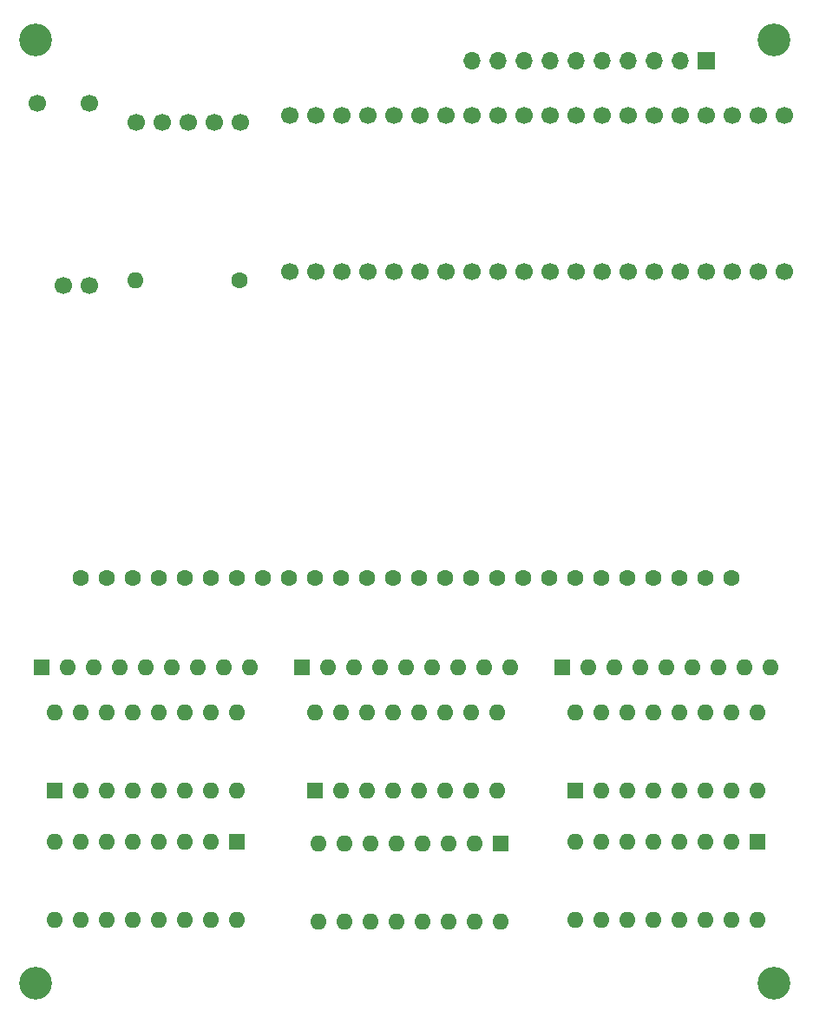
<source format=gbr>
%TF.GenerationSoftware,KiCad,Pcbnew,8.0.3*%
%TF.CreationDate,2024-06-07T18:19:59+12:00*%
%TF.ProjectId,OperationBaldr,4f706572-6174-4696-9f6e-42616c64722e,rev?*%
%TF.SameCoordinates,Original*%
%TF.FileFunction,Soldermask,Top*%
%TF.FilePolarity,Negative*%
%FSLAX46Y46*%
G04 Gerber Fmt 4.6, Leading zero omitted, Abs format (unit mm)*
G04 Created by KiCad (PCBNEW 8.0.3) date 2024-06-07 18:19:59*
%MOMM*%
%LPD*%
G01*
G04 APERTURE LIST*
%ADD10R,1.700000X1.700000*%
%ADD11O,1.700000X1.700000*%
%ADD12C,1.700000*%
%ADD13C,3.200000*%
%ADD14R,1.600000X1.600000*%
%ADD15O,1.600000X1.600000*%
%ADD16C,1.600000*%
G04 APERTURE END LIST*
D10*
%TO.C,J1*%
X180460000Y-48000000D03*
D11*
X177920000Y-48000000D03*
X175380000Y-48000000D03*
X172840000Y-48000000D03*
X170300000Y-48000000D03*
X167760000Y-48000000D03*
X165220000Y-48000000D03*
X162680000Y-48000000D03*
X160140000Y-48000000D03*
X157600000Y-48000000D03*
%TD*%
D12*
%TO.C,U3*%
X135000000Y-54000000D03*
X132460000Y-54000000D03*
X129920000Y-54000000D03*
X127380000Y-54000000D03*
X124840000Y-54000000D03*
%TD*%
D13*
%TO.C,H1*%
X115000000Y-46000000D03*
%TD*%
D14*
%TO.C,U4*%
X116830000Y-119200000D03*
D15*
X119370000Y-119200000D03*
X121910000Y-119200000D03*
X124450000Y-119200000D03*
X126990000Y-119200000D03*
X129530000Y-119200000D03*
X132070000Y-119200000D03*
X134610000Y-119200000D03*
X134610000Y-111580000D03*
X132070000Y-111580000D03*
X129530000Y-111580000D03*
X126990000Y-111580000D03*
X124450000Y-111580000D03*
X121910000Y-111580000D03*
X119370000Y-111580000D03*
X116830000Y-111580000D03*
%TD*%
D13*
%TO.C,H2*%
X187000000Y-46000000D03*
%TD*%
D16*
%TO.C,U10*%
X119380000Y-98425000D03*
X121920000Y-98425000D03*
X124460000Y-98425000D03*
X127000000Y-98425000D03*
X129540000Y-98425000D03*
X132080000Y-98425000D03*
X134620000Y-98425000D03*
X137160000Y-98425000D03*
X139700000Y-98425000D03*
X142240000Y-98425000D03*
X144780000Y-98425000D03*
X147320000Y-98425000D03*
X149860000Y-98425000D03*
X152400000Y-98425000D03*
X154940000Y-98425000D03*
X157480000Y-98425000D03*
X160020000Y-98425000D03*
X162560000Y-98425000D03*
X165100000Y-98425000D03*
X167640000Y-98425000D03*
X170180000Y-98425000D03*
X172720000Y-98425000D03*
X175260000Y-98425000D03*
X177800000Y-98425000D03*
X180340000Y-98425000D03*
X182880000Y-98425000D03*
%TD*%
%TO.C,R3*%
X134880000Y-69400000D03*
D15*
X124720000Y-69400000D03*
%TD*%
D14*
%TO.C,U8*%
X185410000Y-124200000D03*
D15*
X182870000Y-124200000D03*
X180330000Y-124200000D03*
X177790000Y-124200000D03*
X175250000Y-124200000D03*
X172710000Y-124200000D03*
X170170000Y-124200000D03*
X167630000Y-124200000D03*
X167630000Y-131820000D03*
X170170000Y-131820000D03*
X172710000Y-131820000D03*
X175250000Y-131820000D03*
X177790000Y-131820000D03*
X180330000Y-131820000D03*
X182870000Y-131820000D03*
X185410000Y-131820000D03*
%TD*%
D12*
%TO.C,U2*%
X188080000Y-53360000D03*
X185540000Y-53360000D03*
X183000000Y-53360000D03*
X180460000Y-53360000D03*
X177920000Y-53360000D03*
X175380000Y-53360000D03*
X172840000Y-53360000D03*
X170300000Y-53360000D03*
X167760000Y-53360000D03*
X165220000Y-53360000D03*
X162680000Y-53360000D03*
X160140000Y-53360000D03*
X157600000Y-53360000D03*
X155060000Y-53360000D03*
X152520000Y-53360000D03*
X149980000Y-53360000D03*
X147440000Y-53360000D03*
X144900000Y-53360000D03*
X142360000Y-53360000D03*
X139820000Y-53360000D03*
X142360000Y-68600000D03*
X144900000Y-68600000D03*
X147440000Y-68600000D03*
X149980000Y-68600000D03*
X152520000Y-68600000D03*
X155060000Y-68600000D03*
X157600000Y-68600000D03*
X160140000Y-68600000D03*
X162680000Y-68600000D03*
X165220000Y-68600000D03*
X167760000Y-68600000D03*
X170300000Y-68600000D03*
X172840000Y-68600000D03*
X175380000Y-68600000D03*
X177920000Y-68600000D03*
X180460000Y-68600000D03*
X183000000Y-68600000D03*
X185540000Y-68600000D03*
X188080000Y-68600000D03*
X139820000Y-68600000D03*
%TD*%
D13*
%TO.C,H3*%
X115000000Y-138000000D03*
%TD*%
D14*
%TO.C,RN3*%
X115555000Y-107200000D03*
D15*
X118095000Y-107200000D03*
X120635000Y-107200000D03*
X123175000Y-107200000D03*
X125715000Y-107200000D03*
X128255000Y-107200000D03*
X130795000Y-107200000D03*
X133335000Y-107200000D03*
X135875000Y-107200000D03*
%TD*%
D14*
%TO.C,U5*%
X142230000Y-119200000D03*
D15*
X144770000Y-119200000D03*
X147310000Y-119200000D03*
X149850000Y-119200000D03*
X152390000Y-119200000D03*
X154930000Y-119200000D03*
X157470000Y-119200000D03*
X160010000Y-119200000D03*
X160010000Y-111580000D03*
X157470000Y-111580000D03*
X154930000Y-111580000D03*
X152390000Y-111580000D03*
X149850000Y-111580000D03*
X147310000Y-111580000D03*
X144770000Y-111580000D03*
X142230000Y-111580000D03*
%TD*%
D14*
%TO.C,RN1*%
X166355000Y-107200000D03*
D15*
X168895000Y-107200000D03*
X171435000Y-107200000D03*
X173975000Y-107200000D03*
X176515000Y-107200000D03*
X179055000Y-107200000D03*
X181595000Y-107200000D03*
X184135000Y-107200000D03*
X186675000Y-107200000D03*
%TD*%
D14*
%TO.C,U6*%
X134610000Y-124200000D03*
D15*
X132070000Y-124200000D03*
X129530000Y-124200000D03*
X126990000Y-124200000D03*
X124450000Y-124200000D03*
X121910000Y-124200000D03*
X119370000Y-124200000D03*
X116830000Y-124200000D03*
X116830000Y-131820000D03*
X119370000Y-131820000D03*
X121910000Y-131820000D03*
X124450000Y-131820000D03*
X126990000Y-131820000D03*
X129530000Y-131820000D03*
X132070000Y-131820000D03*
X134610000Y-131820000D03*
%TD*%
D12*
%TO.C,U1*%
X117720000Y-69935000D03*
X120260000Y-69935000D03*
X120260000Y-52155000D03*
X115180000Y-52155000D03*
%TD*%
D14*
%TO.C,U7*%
X160340000Y-124400000D03*
D15*
X157800000Y-124400000D03*
X155260000Y-124400000D03*
X152720000Y-124400000D03*
X150180000Y-124400000D03*
X147640000Y-124400000D03*
X145100000Y-124400000D03*
X142560000Y-124400000D03*
X142560000Y-132020000D03*
X145100000Y-132020000D03*
X147640000Y-132020000D03*
X150180000Y-132020000D03*
X152720000Y-132020000D03*
X155260000Y-132020000D03*
X157800000Y-132020000D03*
X160340000Y-132020000D03*
%TD*%
D13*
%TO.C,H4*%
X187000000Y-138000000D03*
%TD*%
D14*
%TO.C,U9*%
X167630000Y-119200000D03*
D15*
X170170000Y-119200000D03*
X172710000Y-119200000D03*
X175250000Y-119200000D03*
X177790000Y-119200000D03*
X180330000Y-119200000D03*
X182870000Y-119200000D03*
X185410000Y-119200000D03*
X185410000Y-111580000D03*
X182870000Y-111580000D03*
X180330000Y-111580000D03*
X177790000Y-111580000D03*
X175250000Y-111580000D03*
X172710000Y-111580000D03*
X170170000Y-111580000D03*
X167630000Y-111580000D03*
%TD*%
D14*
%TO.C,RN2*%
X140955000Y-107200000D03*
D15*
X143495000Y-107200000D03*
X146035000Y-107200000D03*
X148575000Y-107200000D03*
X151115000Y-107200000D03*
X153655000Y-107200000D03*
X156195000Y-107200000D03*
X158735000Y-107200000D03*
X161275000Y-107200000D03*
%TD*%
M02*

</source>
